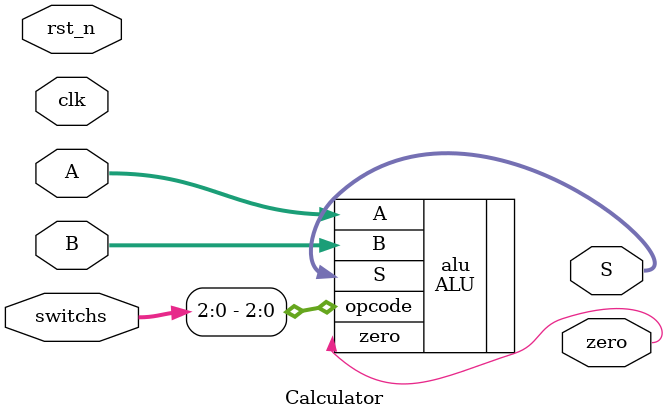
<source format=sv>
module Calculator (
    input  logic clk,
    input  logic rst_n,

    input  logic [3:0] switchs,

    input  logic [7:0] A,
    input  logic [7:0] B,
    output logic [7:0] S,

    output logic zero
);
    

ALU alu (
    .opcode (switchs[2:0]),
    .A      (A),
    .B      (B),
    .S      (S),
    .zero   (zero)
);


endmodule

</source>
